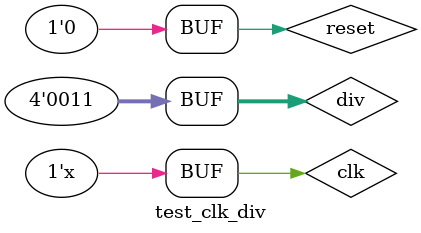
<source format=v>
`timescale 1ns / 1ps


module test_clk_div;
    reg clk;
    reg reset;
    reg [3:0]div;
    wire o_clk;
    clock_divider uut0
    (
        .clk_i (clk),
        .clk_o (o_clk),
        .div (div),
        .rst (reset)
    );
    initial 
    begin
        clk=0;
        reset=0;
        div=4'b0011;
        #4 reset<=1'b1;
        #6 reset<=1'b0;
    end
    //generate clock
    
    
    always #5 clk=!clk;
    
endmodule

</source>
